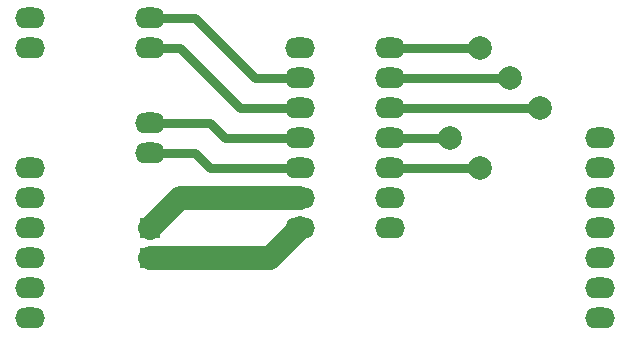
<source format=gbr>
G04 EasyPC Gerber Version 21.0.3 Build 4286 *
G04 #@! TF.Part,Single*
G04 #@! TF.FileFunction,Copper,L1,Top *
G04 #@! TF.FilePolarity,Positive *
%FSLAX35Y35*%
%MOIN*%
G04 #@! TA.AperFunction,ComponentPad*
%ADD80R,0.07000X0.07000*%
G04 #@! TD.AperFunction*
%ADD70C,0.03100*%
%ADD19C,0.07874*%
G04 #@! TA.AperFunction,ComponentPad*
%ADD79O,0.10000X0.07000*%
X0Y0D02*
D02*
D19*
X60120Y244800D02*
X70120Y254800D01*
X110120*
Y244800D02*
X100120Y234800D01*
X60120*
X160120Y274800D03*
X170120Y264800D03*
Y304800D03*
X180120Y294800D03*
X190120Y284800D03*
D02*
D70*
X110120Y264800D02*
X80120D01*
X75120Y269800*
X60120*
X110120Y274800D02*
X85120D01*
X80120Y279800*
X60120*
X110120Y284800D02*
X90120D01*
X70120Y304800*
X60120*
X110120Y294800D02*
X95120D01*
X75120Y314800*
X60120*
X140120Y264800D02*
X170120D01*
X140120Y274800D02*
X160120D01*
X140120Y284800D02*
X190120D01*
X170120Y304800D02*
X140120D01*
X180120Y294800D02*
X140120D01*
D02*
D79*
X20120Y214800D03*
Y224800D03*
Y234800D03*
Y244800D03*
Y254800D03*
Y264800D03*
Y304800D03*
Y314800D03*
X60120Y269800D03*
Y279800D03*
Y304800D03*
Y314800D03*
X110120Y244800D03*
Y254800D03*
Y264800D03*
Y274800D03*
Y284800D03*
Y294800D03*
Y304800D03*
X140120Y244800D03*
Y254800D03*
Y264800D03*
Y274800D03*
Y284800D03*
Y294800D03*
Y304800D03*
X210120Y214800D03*
Y224800D03*
Y234800D03*
Y244800D03*
Y254800D03*
Y264800D03*
Y274800D03*
D02*
D80*
X60120Y234800D03*
Y244800D03*
X0Y0D02*
M02*

</source>
